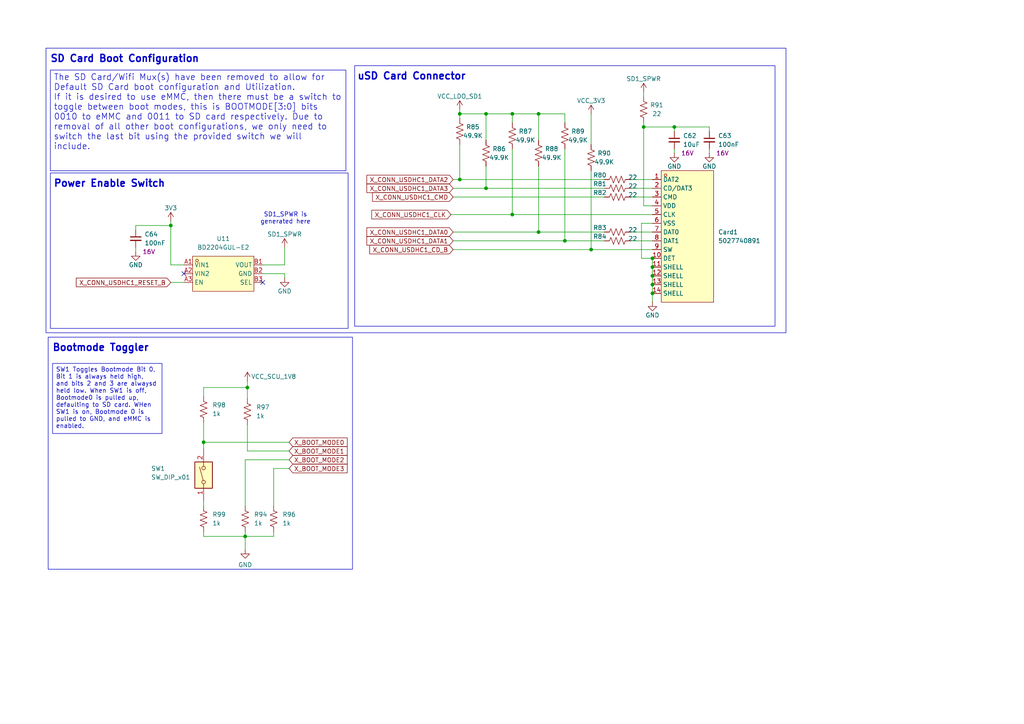
<source format=kicad_sch>
(kicad_sch (version 20250114) (generator "eeschema") (generator_version "9.0")
  (paper "A4")
  (lib_symbols
    (symbol "Device:C_Small" (pin_numbers (hide yes)) (pin_names (offset 0.254) (hide yes))
      (property "Reference" "C" (at 0.254 1.778 0))
      (property "Value" "C_Small" (at 0.254 -2.032 0))
      (symbol "C_Small_0_1"
        (polyline (pts (xy -1.524 0.508) (xy 1.524 0.508)) (stroke (width 0.3048)))
        (polyline (pts (xy -1.524 -0.508) (xy 1.524 -0.508)) (stroke (width 0.3302)))
      )
      (symbol "C_Small_1_1"
        (pin passive line (at 0 2.54 270) (length 2.032) (name "~") (number "1"))
        (pin passive line (at 0 -2.54 90) (length 2.032) (name "~") (number "2"))
      )
    )
    (symbol "Device:R_US" (pin_numbers (hide yes)) (pin_names (offset 0))
      (property "Reference" "R" (at 2.54 0 90))
      (property "Value" "R_US" (at -2.54 0 90))
      (symbol "R_US_0_1"
        (polyline (pts (xy 0 2.286) (xy 0 2.54)))
        (polyline (pts (xy 0 2.286) (xy 1.016 1.905) (xy 0 1.524) (xy -1.016 1.143) (xy 0 0.762)))
        (polyline (pts (xy 0 0.762) (xy 1.016 0.381) (xy 0 0) (xy -1.016 -0.381) (xy 0 -0.762)))
        (polyline (pts (xy 0 -0.762) (xy 1.016 -1.143) (xy 0 -1.524) (xy -1.016 -1.905) (xy 0 -2.286)))
        (polyline (pts (xy 0 -2.286) (xy 0 -2.54)))
      )
      (symbol "R_US_1_1"
        (pin passive line (at 0 3.81 270) (length 1.27) (name "~") (number "1"))
        (pin passive line (at 0 -3.81 90) (length 1.27) (name "~") (number "2"))
      )
    )
    (symbol "Switch:SW_DIP_x01" (pin_names (offset 0) (hide yes))
      (property "Reference" "SW" (at 0 3.81 0))
      (property "Value" "SW_DIP_x01" (at 0 -3.81 0))
      (symbol "SW_DIP_x01_0_0"
        (circle (center -2.032 0) (radius 0.508))
        (polyline (pts (xy -1.524 0.127) (xy 2.3622 1.1684)))
        (circle (center 2.032 0) (radius 0.508))
      )
      (symbol "SW_DIP_x01_0_1"
        (rectangle (start -3.81 2.54) (end 3.81 -2.54) (stroke (width 0.254)) (fill (type background)))
      )
      (symbol "SW_DIP_x01_1_1"
        (pin passive line (at -7.62 0 0) (length 5.08) (name "~") (number "1"))
        (pin passive line (at 7.62 0 180) (length 5.08) (name "~") (number "2"))
      )
    )
    (symbol "imx8_carrier_board_symbol_library:5027740891"
      (property "Reference" "Card" (at 0 21.59 0))
      (property "Value" "5027740891" (at 0 -21.59 0))
      (symbol "5027740891_0_1"
        (rectangle (start -7.62 19.05) (end 7.62 -19.05) (fill (type background)))
        (circle (center -6.35 17.78) (radius 0.38))
        (pin unspecified line (at -10.16 16.51 0) (length 2.54) (name "DAT2") (number "1"))
        (pin unspecified line (at -10.16 13.97 0) (length 2.54) (name "CD/DAT3") (number "2"))
        (pin unspecified line (at -10.16 11.43 0) (length 2.54) (name "CMD") (number "3"))
        (pin unspecified line (at -10.16 8.89 0) (length 2.54) (name "VDD") (number "4"))
        (pin unspecified line (at -10.16 6.35 0) (length 2.54) (name "CLK") (number "5"))
        (pin unspecified line (at -10.16 3.81 0) (length 2.54) (name "VSS") (number "6"))
        (pin unspecified line (at -10.16 1.27 0) (length 2.54) (name "DAT0") (number "7"))
        (pin unspecified line (at -10.16 -1.27 0) (length 2.54) (name "DAT1") (number "8"))
        (pin unspecified line (at -10.16 -3.81 0) (length 2.54) (name "SW") (number "9"))
        (pin unspecified line (at -10.16 -6.35 0) (length 2.54) (name "DET") (number "10"))
        (pin unspecified line (at -10.16 -8.89 0) (length 2.54) (name "SHELL") (number "11"))
        (pin unspecified line (at -10.16 -11.43 0) (length 2.54) (name "SHELL") (number "12"))
        (pin unspecified line (at -10.16 -13.97 0) (length 2.54) (name "SHELL") (number "13"))
        (pin unspecified line (at -10.16 -16.51 0) (length 2.54) (name "SHELL") (number "14"))
      )
    )
    (symbol "imx8_carrier_board_symbol_library:BD2204GUL-E2"
      (property "Reference" "U" (at 0 7.62 0))
      (property "Value" "BD2204GUL-E2" (at 0 -7.62 0))
      (symbol "BD2204GUL-E2_0_1"
        (rectangle (start -8.89 5.08) (end 8.89 -5.08) (fill (type background)))
        (circle (center -7.62 3.81) (radius 0.38))
        (pin unspecified line (at -11.43 2.54 0) (length 2.54) (name "VIN1") (number "A1"))
        (pin unspecified line (at -11.43 0 0) (length 2.54) (name "VIN2") (number "A2"))
        (pin unspecified line (at -11.43 -2.54 0) (length 2.54) (name "EN") (number "A3"))
        (pin unspecified line (at 11.43 2.54 180) (length 2.54) (name "VOUT") (number "B1"))
        (pin unspecified line (at 11.43 0 180) (length 2.54) (name "GND") (number "B2"))
        (pin unspecified line (at 11.43 -2.54 180) (length 2.54) (name "SEL") (number "B3"))
      )
    )
    (symbol "imx8_carrier_board_symbol_library:VCC_3V3" (power) (pin_numbers (hide yes)) (pin_names (offset 0) (hide yes))
      (property "Value" "VCC_3V3" (at 0 3.556 0))
      (symbol "VCC_3V3_0_1"
        (polyline (pts (xy -0.762 1.27) (xy 0 2.54)))
        (polyline (pts (xy 0 2.54) (xy 0.762 1.27)))
        (polyline (pts (xy 0 0) (xy 0 2.54)))
      )
      (symbol "VCC_3V3_1_1"
        (pin power_in line (at 0 0 90) (length 0) (name "~") (number "1"))
      )
    )
    (symbol "imx8x_kicad_library:VCC_3V3" (power) (pin_names (offset 0))
      (property "Value" "3V3" (at 0 3.556 0))
      (symbol "VCC_3V3_0_1"
        (polyline (pts (xy -0.762 1.27) (xy 0 2.54)))
        (polyline (pts (xy 0 2.54) (xy 0.762 1.27)))
        (polyline (pts (xy 0 0) (xy 0 2.54)))
      )
      (symbol "VCC_3V3_1_1"
        (pin power_out line (at 0 0 90) (length 0) (hide yes) (name "VCC_3V3") (number "1"))
      )
    )
    (symbol "power:GND" (power) (pin_numbers (hide yes)) (pin_names (offset 0) (hide yes))
      (property "Value" "GND" (at 0 -3.81 0))
      (symbol "GND_0_1"
        (polyline (pts (xy 0 0) (xy 0 -1.27) (xy 1.27 -1.27) (xy 0 -2.54) (xy -1.27 -1.27) (xy 0 -1.27)))
      )
      (symbol "GND_1_1"
        (pin power_in line (at 0 0 270) (length 0) (name "~") (number "1"))
      )
    )
    (symbol "power:VCC" (power) (pin_numbers (hide yes)) (pin_names (offset 0) (hide yes))
      (property "Value" "VCC" (at 0 3.556 0))
      (symbol "VCC_0_1"
        (polyline (pts (xy -0.762 1.27) (xy 0 2.54)))
        (polyline (pts (xy 0 2.54) (xy 0.762 1.27)))
        (polyline (pts (xy 0 0) (xy 0 2.54)))
      )
      (symbol "VCC_1_1"
        (pin power_in line (at 0 0 90) (length 0) (name "~") (number "1"))
      )
    )
  )
  (rectangle (start 13.335 13.97) (end 227.965 96.52))
  (rectangle (start 102.87 19.05) (end 224.79 94.615))
  (rectangle (start 13.97 97.79) (end 102.235 165.1))
  (rectangle (start 14.605 50.165) (end 100.965 95.25))
  (text "SD Card Boot Configuration" (at 36.195 17.145 0) (effects (font (size 2.032 2.032) (thickness 0.4064) (bold yes))))
  (text "Power Enable Switch" (at 31.75 53.34 0) (effects (font (size 2.032 2.032) (thickness 0.4064) (bold yes))))
  (text "uSD Card Connector\n" (at 119.38 22.225 0) (effects (font (size 2.032 2.032) (thickness 0.4064) (bold yes))))
  (text "Bootmode Toggler" (at 29.21 100.965 0) (effects (font (size 2.032 2.032) (thickness 0.4064) (bold yes))))
  (text "SD1_SPWR is\ngenerated here" (at 82.804 63.373 0) (effects (font (size 1.27 1.27))))
  (text_box "The SD Card/Wifi Mux(s) have been removed to allow for Default SD Card boot configuration and Utilization.\nIf it is desired to use eMMC, then there must be a switch to toggle between boot modes, this is BOOTMODE[3:0] bits 0010 to eMMC and 0011 to SD card respectively. Due to removal of all other boot configurations, we only need to switch the last bit using the provided switch we will include." (at 14.605 20.32 0) (size 85.725 29.21) (margins 0.9525 0.9525 0.9525 0.9525) (effects (font (size 1.778 1.778)) (justify left top)))
  (text_box "SW1 Toggles Bootmode Bit 0, Bit 1 is always held high, and bits 2 and 3 are alwaysd held low. When SW1 is off, Bootmode0 is pulled up, defaulting to SD card. WHen SW1 is on, Bootmode 0 is pulled to GND, and eMMC is enabled." (at 15.24 105.41 0) (size 31.75 20.32) (margins 0.9525 0.9525 0.9525 0.9525) (effects (font (size 1.27 1.27)) (justify left top)))
  (junction (at 189.23 77.47))
  (junction (at 148.59 33.02))
  (junction (at 186.69 36.83))
  (junction (at 156.21 33.02))
  (junction (at 59.055 128.27))
  (junction (at 189.23 74.93))
  (junction (at 133.35 52.07))
  (junction (at 148.59 62.23))
  (junction (at 140.97 33.02))
  (junction (at 163.83 69.85))
  (junction (at 189.23 85.09))
  (junction (at 156.21 67.31))
  (junction (at 140.97 54.61))
  (junction (at 71.755 112.395))
  (junction (at 189.23 80.01))
  (junction (at 195.58 36.83))
  (junction (at 133.35 33.02))
  (junction (at 189.23 82.55))
  (junction (at 171.45 72.39))
  (junction (at 71.12 155.575))
  (junction (at 49.53 65.405))
  (no_connect (at 53.34 79.375))
  (no_connect (at 76.2 81.915))
  (wire (pts (xy 49.53 81.915) (xy 53.34 81.915)))
  (wire (pts (xy 171.45 49.53) (xy 171.45 72.39)))
  (wire (pts (xy 156.21 48.26) (xy 156.21 67.31)))
  (wire (pts (xy 71.12 133.35) (xy 83.82 133.35)))
  (wire (pts (xy 163.83 69.85) (xy 175.26 69.85)))
  (wire (pts (xy 82.55 76.835) (xy 82.55 71.755)))
  (wire (pts (xy 71.12 155.575) (xy 71.12 154.305)))
  (wire (pts (xy 186.69 26.67) (xy 186.69 27.94)))
  (wire (pts (xy 186.69 59.69) (xy 189.23 59.69)))
  (wire (pts (xy 163.83 33.02) (xy 156.21 33.02)))
  (wire (pts (xy 148.59 35.56) (xy 148.59 33.02)))
  (wire (pts (xy 49.53 65.405) (xy 49.53 64.135)))
  (wire (pts (xy 163.83 43.18) (xy 163.83 69.85)))
  (wire (pts (xy 59.055 114.935) (xy 59.055 112.395)))
  (wire (pts (xy 71.755 130.81) (xy 83.82 130.81)))
  (wire (pts (xy 189.23 82.55) (xy 189.23 85.09)))
  (wire (pts (xy 189.23 85.09) (xy 189.23 87.63)))
  (wire (pts (xy 59.055 128.27) (xy 83.82 128.27)))
  (wire (pts (xy 156.21 40.64) (xy 156.21 33.02)))
  (wire (pts (xy 189.23 80.01) (xy 189.23 82.55)))
  (wire (pts (xy 186.69 36.83) (xy 186.69 59.69)))
  (wire (pts (xy 76.2 76.835) (xy 82.55 76.835)))
  (wire (pts (xy 148.59 62.23) (xy 189.23 62.23)))
  (wire (pts (xy 195.58 36.83) (xy 205.74 36.83)))
  (wire (pts (xy 53.34 76.835) (xy 49.53 76.835)))
  (wire (pts (xy 131.445 67.31) (xy 156.21 67.31)))
  (wire (pts (xy 182.88 54.61) (xy 189.23 54.61)))
  (wire (pts (xy 186.055 64.77) (xy 186.055 74.93)))
  (wire (pts (xy 140.97 48.26) (xy 140.97 54.61)))
  (wire (pts (xy 131.445 52.07) (xy 133.35 52.07)))
  (wire (pts (xy 130.81 62.23) (xy 148.59 62.23)))
  (wire (pts (xy 186.055 74.93) (xy 189.23 74.93)))
  (wire (pts (xy 195.58 38.1) (xy 195.58 36.83)))
  (wire (pts (xy 39.37 66.675) (xy 39.37 65.405)))
  (wire (pts (xy 82.55 79.375) (xy 82.55 80.645)))
  (wire (pts (xy 79.375 135.89) (xy 79.375 146.685)))
  (wire (pts (xy 156.21 67.31) (xy 175.26 67.31)))
  (wire (pts (xy 156.21 33.02) (xy 148.59 33.02)))
  (wire (pts (xy 182.88 67.31) (xy 189.23 67.31)))
  (wire (pts (xy 140.97 40.64) (xy 140.97 33.02)))
  (wire (pts (xy 133.35 52.07) (xy 175.26 52.07)))
  (wire (pts (xy 195.58 36.83) (xy 186.69 36.83)))
  (wire (pts (xy 182.88 69.85) (xy 189.23 69.85)))
  (wire (pts (xy 39.37 65.405) (xy 49.53 65.405)))
  (wire (pts (xy 182.88 57.15) (xy 189.23 57.15)))
  (wire (pts (xy 71.755 110.49) (xy 71.755 112.395)))
  (wire (pts (xy 59.055 155.575) (xy 59.055 154.305)))
  (wire (pts (xy 189.23 74.93) (xy 189.23 77.47)))
  (wire (pts (xy 205.74 43.18) (xy 205.74 44.45)))
  (wire (pts (xy 49.53 76.835) (xy 49.53 65.405)))
  (wire (pts (xy 71.755 123.19) (xy 71.755 130.81)))
  (wire (pts (xy 133.35 33.02) (xy 140.97 33.02)))
  (wire (pts (xy 39.37 71.755) (xy 39.37 73.025)))
  (wire (pts (xy 133.35 31.75) (xy 133.35 33.02)))
  (wire (pts (xy 76.2 79.375) (xy 82.55 79.375)))
  (wire (pts (xy 71.12 155.575) (xy 79.375 155.575)))
  (wire (pts (xy 131.445 69.85) (xy 163.83 69.85)))
  (wire (pts (xy 140.97 54.61) (xy 175.26 54.61)))
  (wire (pts (xy 131.445 57.15) (xy 175.26 57.15)))
  (wire (pts (xy 171.45 33.02) (xy 171.45 41.91)))
  (wire (pts (xy 205.74 38.1) (xy 205.74 36.83)))
  (wire (pts (xy 71.755 112.395) (xy 71.755 115.57)))
  (wire (pts (xy 189.23 64.77) (xy 186.055 64.77)))
  (wire (pts (xy 131.445 54.61) (xy 140.97 54.61)))
  (wire (pts (xy 189.23 77.47) (xy 189.23 80.01)))
  (wire (pts (xy 148.59 33.02) (xy 140.97 33.02)))
  (wire (pts (xy 148.59 43.18) (xy 148.59 62.23)))
  (wire (pts (xy 131.445 72.39) (xy 171.45 72.39)))
  (wire (pts (xy 71.12 133.35) (xy 71.12 146.685)))
  (wire (pts (xy 79.375 155.575) (xy 79.375 154.305)))
  (wire (pts (xy 133.35 41.91) (xy 133.35 52.07)))
  (wire (pts (xy 59.055 112.395) (xy 71.755 112.395)))
  (wire (pts (xy 59.055 145.415) (xy 59.055 146.685)))
  (wire (pts (xy 59.055 128.27) (xy 59.055 122.555)))
  (wire (pts (xy 79.375 135.89) (xy 83.82 135.89)))
  (wire (pts (xy 195.58 43.18) (xy 195.58 44.45)))
  (wire (pts (xy 59.055 155.575) (xy 71.12 155.575)))
  (wire (pts (xy 163.83 35.56) (xy 163.83 33.02)))
  (wire (pts (xy 133.35 33.02) (xy 133.35 34.29)))
  (wire (pts (xy 71.12 159.385) (xy 71.12 155.575)))
  (wire (pts (xy 186.69 36.83) (xy 186.69 35.56)))
  (wire (pts (xy 182.88 52.07) (xy 189.23 52.07)))
  (wire (pts (xy 59.055 130.175) (xy 59.055 128.27)))
  (wire (pts (xy 171.45 72.39) (xy 189.23 72.39)))
  (global_label "X_CONN_USDHC1_DATA2" (shape input) (at 131.445 52.07 180) (property "Intersheetrefs" "${INTERSHEET_REFS}" (effects (hide yes))))
  (global_label "X_CONN_USDHC1_DATA3" (shape input) (at 131.445 54.61 180) (property "Intersheetrefs" "${INTERSHEET_REFS}" (effects (hide yes))))
  (global_label "X_CONN_USDHC1_DATA1" (shape input) (at 131.445 69.85 180) (property "Intersheetrefs" "${INTERSHEET_REFS}" (effects (hide yes))))
  (global_label "X_CONN_USDHC1_RESET_B" (shape input) (at 49.53 81.915 180) (effects (font (thickness 0.1588))) (property "Intersheetrefs" "${INTERSHEET_REFS}" (effects (hide yes))))
  (global_label "X_CONN_USDHC1_CD_B" (shape input) (at 131.445 72.39 180) (effects (font (thickness 0.1588))) (property "Intersheetrefs" "${INTERSHEET_REFS}" (effects (hide yes))))
  (global_label "X_CONN_USDHC1_CMD" (shape input) (at 131.445 57.15 180) (property "Intersheetrefs" "${INTERSHEET_REFS}" (effects (hide yes))))
  (global_label "X_BOOT_MODE2" (shape input) (at 83.82 133.35 0) (property "Intersheetrefs" "${INTERSHEET_REFS}" (effects (hide yes))))
  (global_label "X_BOOT_MODE0" (shape input) (at 83.82 128.27 0) (property "Intersheetrefs" "${INTERSHEET_REFS}" (effects (hide yes))))
  (global_label "X_CONN_USDHC1_DATA0" (shape input) (at 131.445 67.31 180) (property "Intersheetrefs" "${INTERSHEET_REFS}" (effects (hide yes))))
  (global_label "X_BOOT_MODE1" (shape input) (at 83.82 130.81 0) (property "Intersheetrefs" "${INTERSHEET_REFS}" (effects (hide yes))))
  (global_label "X_BOOT_MODE3" (shape input) (at 83.82 135.89 0) (property "Intersheetrefs" "${INTERSHEET_REFS}" (effects (hide yes))))
  (global_label "X_CONN_USDHC1_CLK" (shape input) (at 130.81 62.23 180) (property "Intersheetrefs" "${INTERSHEET_REFS}" (effects (hide yes))))
  (symbol (lib_id "power:GND") (at 82.55 80.645 0) (unit 1)
    (property "Reference" "#PWR118" (effects (hide yes)))
    (property "Value" "GND" (at 82.55 84.455 0))
  )
  (symbol (lib_id "imx8x_kicad_library:VCC_3V3") (at 82.55 71.755 0) (unit 1)
    (property "Reference" "#PWR0117" (effects (hide yes)))
    (property "Value" "SD1_SPWR" (at 82.55 67.945 0))
  )
  (symbol (lib_id "Device:R_US") (at 71.755 119.38 0) (unit 1)
    (property "Reference" "R97" (at 74.295 118.1099 0) (effects (justify left)))
    (property "Value" "1k" (at 74.295 120.6499 0) (effects (justify left)))
    (property "Description" "Resistor, US symbol" (effects (hide yes)))
  )
  (symbol (lib_id "imx8_carrier_board_symbol_library:5027740891") (at 199.39 68.58 0) (unit 1)
    (property "Reference" "Card1" (at 208.28 67.3099 0) (effects (justify left)))
    (property "Value" "5027740891" (at 208.28 69.8499 0) (effects (justify left)))
    (property "Footprint" "imx8_carrier_board_footprints:TF-SMD_5027740891" (effects (hide yes)))
    (property "Datasheet" "https://lcsc.com/product-detail/SD-Card-Memory-Card-Connector_MOLEX-5027740891_C330255.html?s_z=n_TF-SMD_5027740891" (effects (hide yes)))
    (property "LCSC Part" "C330255" (effects (hide yes)))
  )
  (symbol (lib_id "Device:C_Small") (at 39.37 69.215 0) (unit 1)
    (property "Reference" "C64" (at 41.91 67.9513 0) (effects (justify left)))
    (property "Value" "100nF" (at 41.91 70.4913 0) (effects (justify left)))
    (property "Voltage" "16V" (at 43.18 73.025 0))
  )
  (symbol (lib_id "power:GND") (at 39.37 73.025 0) (unit 1)
    (property "Reference" "#PWR116" (effects (hide yes)))
    (property "Value" "GND" (at 39.37 76.835 0))
  )
  (symbol (lib_id "Device:R_US") (at 71.12 150.495 0) (unit 1)
    (property "Reference" "R94" (at 73.66 149.2249 0) (effects (justify left)))
    (property "Value" "1k" (at 73.66 151.7649 0) (effects (justify left)))
    (property "Description" "Resistor, US symbol" (effects (hide yes)))
  )
  (symbol (lib_id "imx8x_kicad_library:VCC_3V3") (at 133.35 31.75 0) (unit 1)
    (property "Reference" "#PWR0107" (effects (hide yes)))
    (property "Value" "VCC_LDO_SD1" (at 133.35 27.94 0))
  )
  (symbol (lib_id "Device:R_US") (at 79.375 150.495 0) (unit 1)
    (property "Reference" "R96" (at 81.915 149.2249 0) (effects (justify left)))
    (property "Value" "1k" (at 81.915 151.7649 0) (effects (justify left)))
    (property "Description" "Resistor, US symbol" (effects (hide yes)))
  )
  (symbol (lib_id "power:VCC") (at 71.755 110.49 0) (unit 1)
    (property "Reference" "#PWR147" (effects (hide yes)))
    (property "Value" "VCC_SCU_1V8" (at 79.375 109.22 0))
  )
  (symbol (lib_id "imx8_carrier_board_symbol_library:VCC_3V3") (at 171.45 33.02 0) (unit 1)
    (property "Reference" "#PWR108" (effects (hide yes)))
    (property "Value" "VCC_3V3" (at 171.45 29.21 0))
    (property "Description" "Power symbol creates a global label with name \"VCC\"" (effects (hide yes)))
  )
  (symbol (lib_id "Device:R_US") (at 156.21 44.45 0) (unit 1)
    (property "Reference" "R88" (at 160.02 43.18 0))
    (property "Value" "49.9K" (at 160.02 45.72 0))
    (property "Description" "Resistor, US symbol" (effects (hide yes)))
  )
  (symbol (lib_id "power:GND") (at 189.23 87.63 0) (unit 1)
    (property "Reference" "#PWR130" (effects (hide yes)))
    (property "Value" "GND" (at 189.23 91.44 0))
  )
  (symbol (lib_id "Device:R_US") (at 179.07 52.07 270) (unit 1)
    (property "Reference" "R80" (at 173.99 50.8 90))
    (property "Value" "22" (at 183.515 51.435 90))
    (property "Description" "Resistor, US symbol" (effects (hide yes)))
  )
  (symbol (lib_id "Switch:SW_DIP_x01") (at 59.055 137.795 90) (unit 1)
    (property "Reference" "SW1" (at 43.815 135.89 90) (effects (justify right)))
    (property "Value" "SW_DIP_x01" (at 43.815 138.43 90) (effects (justify right)))
    (property "Footprint" "imx8_carrier_board_footprints:SW-SMD_1.27-1P-TPPT" (effects (hide yes)))
    (property "Datasheet" "https://lcsc.com/product-detail/image/1-27-1P-TPPT_C6386918.html" (effects (hide yes)))
    (property "Description" "1x DIP Switch, Single Pole Single Throw (SPST) switch, small symbol" (effects (hide yes)))
    (property "LCSC" "C6386918" (effects (hide yes)))
  )
  (symbol (lib_id "Device:R_US") (at 163.83 39.37 0) (unit 1)
    (property "Reference" "R89" (at 167.64 38.1 0))
    (property "Value" "49.9K" (at 167.64 40.64 0))
    (property "Description" "Resistor, US symbol" (effects (hide yes)))
  )
  (symbol (lib_id "Device:C_Small") (at 205.74 40.64 0) (unit 1)
    (property "Reference" "C63" (at 208.28 39.3763 0) (effects (justify left)))
    (property "Value" "100nF" (at 208.28 41.9163 0) (effects (justify left)))
    (property "Voltage" "16V" (at 209.55 44.45 0))
  )
  (symbol (lib_id "Device:R_US") (at 179.07 57.15 270) (unit 1)
    (property "Reference" "R82" (at 173.99 55.88 90))
    (property "Value" "22" (at 183.515 56.515 90))
    (property "Description" "Resistor, US symbol" (effects (hide yes)))
  )
  (symbol (lib_id "Device:R_US") (at 179.07 67.31 270) (unit 1)
    (property "Reference" "R83" (at 173.99 66.04 90))
    (property "Value" "22" (at 183.515 66.675 90))
    (property "Description" "Resistor, US symbol" (effects (hide yes)))
  )
  (symbol (lib_id "imx8_carrier_board_symbol_library:VCC_3V3") (at 49.53 64.135 0) (unit 1)
    (property "Reference" "#PWR115" (effects (hide yes)))
    (property "Value" "3V3" (at 49.53 60.325 0))
    (property "Description" "Power symbol creates a global label with name \"VCC\"" (effects (hide yes)))
  )
  (symbol (lib_id "power:GND") (at 71.12 159.385 0) (unit 1)
    (property "Reference" "#PWR97" (effects (hide yes)))
    (property "Value" "GND" (at 71.12 163.83 0))
    (property "Description" "Power symbol creates a global label with name \"GND\" , ground" (effects (hide yes)))
  )
  (symbol (lib_id "power:GND") (at 205.74 44.45 0) (unit 1)
    (property "Reference" "#PWR112" (effects (hide yes)))
    (property "Value" "GND" (at 205.74 48.26 0))
  )
  (symbol (lib_id "power:GND") (at 195.58 44.45 0) (unit 1)
    (property "Reference" "#PWR111" (effects (hide yes)))
    (property "Value" "GND" (at 195.58 48.26 0))
  )
  (symbol (lib_id "Device:C_Small") (at 195.58 40.64 0) (unit 1)
    (property "Reference" "C62" (at 198.12 39.3763 0) (effects (justify left)))
    (property "Value" "10uF" (at 198.12 41.9163 0) (effects (justify left)))
    (property "Voltage" "16V" (at 199.39 44.45 0))
  )
  (symbol (lib_id "Device:R_US") (at 171.45 45.72 0) (unit 1)
    (property "Reference" "R90" (at 175.26 44.45 0))
    (property "Value" "49.9K" (at 175.26 46.99 0))
    (property "Description" "Resistor, US symbol" (effects (hide yes)))
  )
  (symbol (lib_id "Device:R_US") (at 148.59 39.37 0) (unit 1)
    (property "Reference" "R87" (at 152.4 38.1 0))
    (property "Value" "49.9K" (at 152.4 40.64 0))
    (property "Description" "Resistor, US symbol" (effects (hide yes)))
  )
  (symbol (lib_id "Device:R_US") (at 179.07 69.85 270) (unit 1)
    (property "Reference" "R84" (at 173.99 68.58 90))
    (property "Value" "22" (at 183.515 69.215 90))
    (property "Description" "Resistor, US symbol" (effects (hide yes)))
  )
  (symbol (lib_id "Device:R_US") (at 186.69 31.75 0) (unit 1)
    (property "Reference" "R91" (at 190.5 30.48 0))
    (property "Value" "22" (at 190.5 33.02 0))
    (property "Description" "Resistor, US symbol" (effects (hide yes)))
  )
  (symbol (lib_id "imx8_carrier_board_symbol_library:BD2204GUL-E2") (at 64.77 79.375 0) (unit 1)
    (property "Reference" "U11" (at 64.77 69.215 0))
    (property "Value" "BD2204GUL-E2" (at 64.77 71.755 0))
    (property "Footprint" "imx8_carrier_board_footprints:BGA-6_L1.5-W1.0-P0.50_BD2204GUL-E2" (effects (hide yes)))
    (property "Datasheet" "https://lcsc.com/product-detail/Power-Distribution-Switches_ROHM-Semicon-BD2204GUL-E2_C314699.html?s_z=n_BD2204GUL-E2" (effects (hide yes)))
    (property "LCSC Part" "C314699" (effects (hide yes)))
  )
  (symbol (lib_id "Device:R_US") (at 179.07 54.61 270) (unit 1)
    (property "Reference" "R81" (at 173.99 53.34 90))
    (property "Value" "22" (at 183.515 53.975 90))
    (property "Description" "Resistor, US symbol" (effects (hide yes)))
  )
  (symbol (lib_id "Device:R_US") (at 59.055 118.745 0) (unit 1)
    (property "Reference" "R98" (at 61.595 117.4749 0) (effects (justify left)))
    (property "Value" "1k" (at 61.595 120.0149 0) (effects (justify left)))
    (property "Description" "Resistor, US symbol" (effects (hide yes)))
  )
  (symbol (lib_id "Device:R_US") (at 59.055 150.495 0) (unit 1)
    (property "Reference" "R99" (at 61.595 149.2249 0) (effects (justify left)))
    (property "Value" "1k" (at 61.595 151.7649 0) (effects (justify left)))
    (property "Description" "Resistor, US symbol" (effects (hide yes)))
  )
  (symbol (lib_id "Device:R_US") (at 133.35 38.1 0) (unit 1)
    (property "Reference" "R85" (at 137.16 36.83 0))
    (property "Value" "49.9K" (at 137.16 39.37 0))
    (property "Description" "Resistor, US symbol" (effects (hide yes)))
  )
  (symbol (lib_id "imx8x_kicad_library:VCC_3V3") (at 186.69 26.67 0) (unit 1)
    (property "Reference" "#PWR0114" (effects (hide yes)))
    (property "Value" "SD1_SPWR" (at 186.69 22.86 0))
  )
  (symbol (lib_id "Device:R_US") (at 140.97 44.45 0) (unit 1)
    (property "Reference" "R86" (at 144.78 43.18 0))
    (property "Value" "49.9K" (at 144.78 45.72 0))
    (property "Description" "Resistor, US symbol" (effects (hide yes)))
  )
)
</source>
